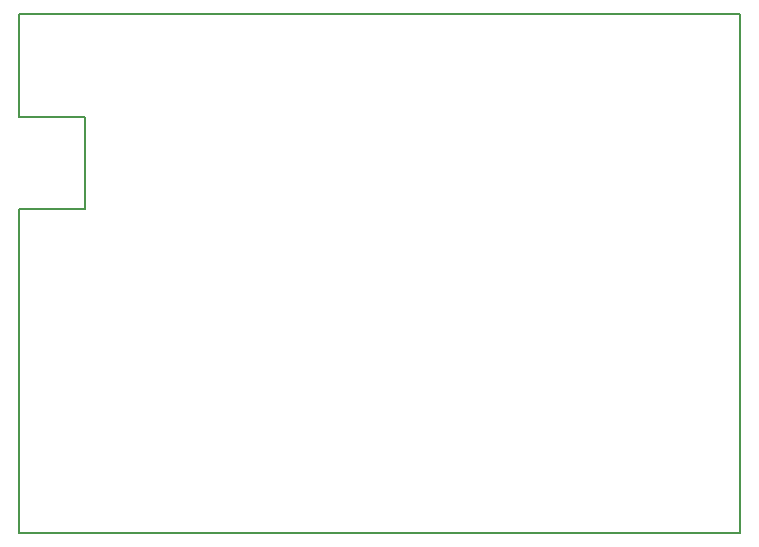
<source format=gbr>
G04 #@! TF.FileFunction,Profile,NP*
%FSLAX46Y46*%
G04 Gerber Fmt 4.6, Leading zero omitted, Abs format (unit mm)*
G04 Created by KiCad (PCBNEW 4.0.0-rc1-stable) date 26.11.2015 17:24:09*
%MOMM*%
G01*
G04 APERTURE LIST*
%ADD10C,0.100000*%
%ADD11C,0.150000*%
G04 APERTURE END LIST*
D10*
D11*
X105050000Y-78450000D02*
X166100000Y-78450000D01*
X166100000Y-122400000D02*
X105050000Y-122400000D01*
X166100000Y-87250000D02*
X166100000Y-122400000D01*
X166100000Y-87250000D02*
X166100000Y-78450000D01*
X105050000Y-87150000D02*
X105050000Y-78450000D01*
X105050000Y-94950000D02*
X105050000Y-122400000D01*
X110650000Y-94950000D02*
X105050000Y-94950000D01*
X110650000Y-87150000D02*
X110650000Y-94950000D01*
X105050000Y-87150000D02*
X110650000Y-87150000D01*
M02*

</source>
